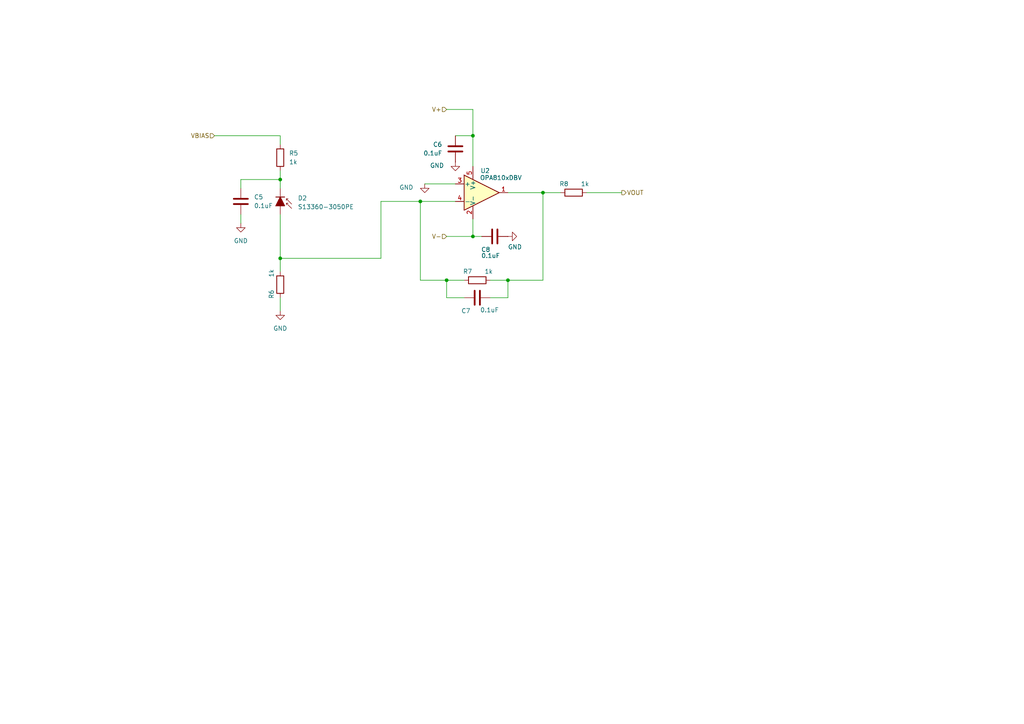
<source format=kicad_sch>
(kicad_sch (version 20231120) (generator "eeschema") (generator_version "8.0")
  (paper "A4")
  (lib_symbols
    (symbol "Amplifier_Operational:OPA810xDBV" (pin_names (offset 0.127))
      (property "Reference" "U" (at -1.27 6.35 0))
      (property "Value" "OPA810xDBV" (at -1.27 3.81 0))
      (symbol "OPA810xDBV_0_1"
        (polyline (pts (xy -5.08 5.08) (xy 5.08 0) (xy -5.08 -5.08) (xy -5.08 5.08)) (stroke (width 0.254)) (fill (type background)))
        (pin power_in line (at -2.54 -7.62 90) (length 3.81) (name "V-") (number "2"))
        (pin power_in line (at -2.54 7.62 270) (length 3.81) (name "V+") (number "5"))
      )
      (symbol "OPA810xDBV_1_1"
        (pin output line (at 7.62 0 180) (length 2.54) (name "~") (number "1"))
        (pin input line (at -7.62 2.54 0) (length 2.54) (name "+") (number "3"))
        (pin input line (at -7.62 -2.54 0) (length 2.54) (name "-") (number "4"))
      )
    )
    (symbol "Device:C" (pin_numbers hide) (pin_names (offset 0.254))
      (property "Reference" "C" (at 0.635 2.54 0))
      (property "Value" "C" (at 0.635 -2.54 0))
      (symbol "C_0_1"
        (polyline (pts (xy -2.032 -0.762) (xy 2.032 -0.762)) (stroke (width 0.508)))
        (polyline (pts (xy -2.032 0.762) (xy 2.032 0.762)) (stroke (width 0.508)))
      )
      (symbol "C_1_1"
        (pin passive line (at 0 3.81 270) (length 2.794) (name "~") (number "1"))
        (pin passive line (at 0 -3.81 90) (length 2.794) (name "~") (number "2"))
      )
    )
    (symbol "Device:D_Photo_Filled" (pin_numbers hide) (pin_names hide)
      (property "Reference" "D" (at 0.508 1.778 0))
      (property "Value" "D_Photo_Filled" (at -1.016 -2.794 0))
      (symbol "D_Photo_Filled_0_1"
        (polyline (pts (xy -2.54 1.27) (xy -2.54 -1.27)) (stroke (width 0.254)))
        (polyline (pts (xy -2.032 1.778) (xy -1.524 1.778)))
        (polyline (pts (xy 0 0) (xy -2.54 0)))
        (polyline (pts (xy -0.508 3.302) (xy -2.032 1.778) (xy -2.032 2.286)))
        (polyline (pts (xy 0 -1.27) (xy 0 1.27) (xy -2.54 0) (xy 0 -1.27)) (stroke (width 0.254)) (fill (type outline)))
        (polyline (pts (xy 0.762 3.302) (xy -0.762 1.778) (xy -0.762 2.286) (xy -0.762 1.778) (xy -0.254 1.778)))
      )
      (symbol "D_Photo_Filled_1_1"
        (pin passive line (at -5.08 0 0) (length 2.54) (name "K") (number "1"))
        (pin passive line (at 2.54 0 180) (length 2.54) (name "A") (number "2"))
      )
    )
    (symbol "Device:R" (pin_numbers hide) (pin_names (offset 0))
      (property "Reference" "R" (at 2.032 0 90))
      (property "Value" "R" (at 0 0 90))
      (symbol "R_0_1"
        (rectangle (start -1.016 -2.54) (end 1.016 2.54) (stroke (width 0.254)))
      )
      (symbol "R_1_1"
        (pin passive line (at 0 3.81 270) (length 1.27) (name "~") (number "1"))
        (pin passive line (at 0 -3.81 90) (length 1.27) (name "~") (number "2"))
      )
    )
    (symbol "power:GND" (power) (pin_numbers hide) (pin_names (offset 0) hide)
      (property "Value" "GND" (at 0 -3.81 0))
      (symbol "GND_0_1"
        (polyline (pts (xy 0 0) (xy 0 -1.27) (xy 1.27 -1.27) (xy 0 -2.54) (xy -1.27 -1.27) (xy 0 -1.27)))
      )
      (symbol "GND_1_1"
        (pin power_in line (at 0 0 270) (length 0) (name "~") (number "1"))
      )
    )
  )
  (junction (at 147.32 81.28))
  (junction (at 157.48 55.88))
  (junction (at 137.16 68.58))
  (junction (at 121.92 58.42))
  (junction (at 137.16 39.37))
  (junction (at 129.54 81.28))
  (junction (at 81.28 74.93))
  (junction (at 81.28 52.07))
  (wire (pts (xy 137.16 39.37) (xy 137.16 48.26)))
  (wire (pts (xy 81.28 49.53) (xy 81.28 52.07)))
  (wire (pts (xy 81.28 74.93) (xy 110.49 74.93)))
  (wire (pts (xy 129.54 81.28) (xy 129.54 86.36)))
  (wire (pts (xy 134.62 81.28) (xy 129.54 81.28)))
  (wire (pts (xy 81.28 74.93) (xy 81.28 78.74)))
  (wire (pts (xy 81.28 41.91) (xy 81.28 39.37)))
  (wire (pts (xy 137.16 63.5) (xy 137.16 68.58)))
  (wire (pts (xy 132.08 39.37) (xy 137.16 39.37)))
  (wire (pts (xy 137.16 68.58) (xy 129.54 68.58)))
  (wire (pts (xy 121.92 81.28) (xy 129.54 81.28)))
  (wire (pts (xy 81.28 86.36) (xy 81.28 90.17)))
  (wire (pts (xy 110.49 58.42) (xy 121.92 58.42)))
  (wire (pts (xy 147.32 86.36) (xy 142.24 86.36)))
  (wire (pts (xy 129.54 86.36) (xy 134.62 86.36)))
  (wire (pts (xy 81.28 52.07) (xy 81.28 54.61)))
  (wire (pts (xy 147.32 81.28) (xy 157.48 81.28)))
  (wire (pts (xy 147.32 81.28) (xy 147.32 86.36)))
  (wire (pts (xy 69.85 62.23) (xy 69.85 64.77)))
  (wire (pts (xy 69.85 54.61) (xy 69.85 52.07)))
  (wire (pts (xy 170.18 55.88) (xy 180.34 55.88)))
  (wire (pts (xy 132.08 58.42) (xy 121.92 58.42)))
  (wire (pts (xy 121.92 58.42) (xy 121.92 81.28)))
  (wire (pts (xy 157.48 55.88) (xy 157.48 81.28)))
  (wire (pts (xy 157.48 55.88) (xy 162.56 55.88)))
  (wire (pts (xy 69.85 52.07) (xy 81.28 52.07)))
  (wire (pts (xy 147.32 55.88) (xy 157.48 55.88)))
  (wire (pts (xy 81.28 62.23) (xy 81.28 74.93)))
  (wire (pts (xy 142.24 81.28) (xy 147.32 81.28)))
  (wire (pts (xy 62.23 39.37) (xy 81.28 39.37)))
  (wire (pts (xy 129.54 31.75) (xy 137.16 31.75)))
  (wire (pts (xy 137.16 68.58) (xy 139.7 68.58)))
  (wire (pts (xy 137.16 31.75) (xy 137.16 39.37)))
  (wire (pts (xy 110.49 74.93) (xy 110.49 58.42)))
  (wire (pts (xy 123.19 53.34) (xy 132.08 53.34)))
  (hierarchical_label "VOUT" (shape output) (at 180.34 55.88 0))
  (hierarchical_label "V+" (shape input) (at 129.54 31.75 180))
  (hierarchical_label "VBIAS" (shape input) (at 62.23 39.37 180))
  (hierarchical_label "V-" (shape input) (at 129.54 68.58 180))
  (symbol (lib_id "Device:R") (at 166.37 55.88 90) (unit 1)
    (property "Reference" "R8" (at 163.576 53.34 90))
    (property "Value" "1k" (at 169.672 53.34 90))
    (property "Footprint" "Resistor_SMD:R_0402_1005Metric" (effects (hide yes)))
    (property "Description" "Resistor" (effects (hide yes)))
    (instances (project "hpk_5mm" (path "" (reference "R8") (unit 1)) (path "" (reference "R4") (unit 1)) (path "" (reference "R12") (unit 1))))
  )
  (symbol (lib_id "Device:R") (at 81.28 82.55 180) (unit 1)
    (property "Reference" "R6" (at 78.74 85.344 90))
    (property "Value" "1k" (at 78.74 79.248 90))
    (property "Footprint" "Resistor_SMD:R_0402_1005Metric" (effects (hide yes)))
    (property "Description" "Resistor" (effects (hide yes)))
    (instances (project "hpk_5mm" (path "" (reference "R6") (unit 1)) (path "" (reference "R2") (unit 1)) (path "" (reference "R10") (unit 1))))
  )
  (symbol (lib_id "Amplifier_Operational:OPA810xDBV") (at 139.7 55.88 0) (unit 1)
    (property "Reference" "U2" (at 140.716 49.53 0))
    (property "Value" "OPA810xDBV" (at 145.288 51.562 0))
    (property "Footprint" "Package_TO_SOT_SMD:SOT-23-5" (effects (hide yes)))
    (property "Datasheet" "https://www.ti.com/lit/ds/symlink/opa810.pdf" (effects (hide yes)))
    (property "Description" "140-MHz, Rail-to-Rail Input and Output, FET-Input Operational Amplifier, SOT-23-5" (effects (hide yes)))
    (instances (project "hpk_5mm" (path "" (reference "U2") (unit 1)) (path "" (reference "U1") (unit 1)) (path "" (reference "U3") (unit 1))))
  )
  (symbol (lib_id "power:GND") (at 147.32 68.58 90) (unit 1)
    (property "Reference" "#PWR010" (effects (hide yes)))
    (property "Value" "GND" (at 149.352 71.628 90))
    (property "Description" "Power symbol creates a global label with name \"GND\" , ground" (effects (hide yes)))
    (instances (project "hpk_5mm" (path "" (reference "#PWR010") (unit 1)) (path "" (reference "#PWR05") (unit 1)) (path "" (reference "#PWR015") (unit 1))))
  )
  (symbol (lib_id "power:GND") (at 69.85 64.77 0) (unit 1)
    (property "Reference" "#PWR06" (effects (hide yes)))
    (property "Value" "GND" (at 69.85 69.85 0))
    (property "Description" "Power symbol creates a global label with name \"GND\" , ground" (effects (hide yes)))
    (instances (project "hpk_5mm" (path "" (reference "#PWR06") (unit 1)) (path "" (reference "#PWR01") (unit 1)) (path "" (reference "#PWR011") (unit 1))))
  )
  (symbol (lib_id "Device:D_Photo_Filled") (at 81.28 59.69 270) (unit 1)
    (property "Reference" "D2" (at 86.36 57.4674 90) (effects (justify left)))
    (property "Value" "S13360-3050PE" (at 86.36 60.0074 90) (effects (justify left)))
    (property "Footprint" "my_sipm:s13360-3050pe" (effects (hide yes)))
    (property "Description" "Photodiode, filled shape" (effects (hide yes)))
    (instances (project "hpk_5mm" (path "" (reference "D2") (unit 1)) (path "" (reference "D1") (unit 1)) (path "" (reference "D3") (unit 1))))
  )
  (symbol (lib_id "power:GND") (at 81.28 90.17 0) (unit 1)
    (property "Reference" "#PWR07" (effects (hide yes)))
    (property "Value" "GND" (at 81.28 95.25 0))
    (property "Description" "Power symbol creates a global label with name \"GND\" , ground" (effects (hide yes)))
    (instances (project "hpk_5mm" (path "" (reference "#PWR07") (unit 1)) (path "" (reference "#PWR02") (unit 1)) (path "" (reference "#PWR012") (unit 1))))
  )
  (symbol (lib_id "Device:R") (at 81.28 45.72 0) (unit 1)
    (property "Reference" "R5" (at 83.82 44.4499 0) (effects (justify left)))
    (property "Value" "1k" (at 83.82 46.9899 0) (effects (justify left)))
    (property "Footprint" "Resistor_SMD:R_0402_1005Metric" (effects (hide yes)))
    (property "Description" "Resistor" (effects (hide yes)))
    (instances (project "hpk_5mm" (path "" (reference "R5") (unit 1)) (path "" (reference "R1") (unit 1)) (path "" (reference "R9") (unit 1))))
  )
  (symbol (lib_id "Device:C") (at 138.43 86.36 90) (mirror x) (unit 1)
    (property "Reference" "C7" (at 135.128 90.17 90))
    (property "Value" "0.1uF" (at 141.986 89.916 90))
    (property "Footprint" "Capacitor_SMD:C_0402_1005Metric" (effects (hide yes)))
    (property "Description" "Unpolarized capacitor" (effects (hide yes)))
    (instances (project "hpk_5mm" (path "" (reference "C7") (unit 1)) (path "" (reference "C3") (unit 1)) (path "" (reference "C11") (unit 1))))
  )
  (symbol (lib_id "Device:C") (at 143.51 68.58 90) (mirror x) (unit 1)
    (property "Reference" "C8" (at 142.2399 72.39 90) (effects (justify left)))
    (property "Value" "0.1uF" (at 145.034 74.168 90) (effects (justify left)))
    (property "Footprint" "Capacitor_SMD:C_0402_1005Metric" (effects (hide yes)))
    (property "Description" "Unpolarized capacitor" (effects (hide yes)))
    (instances (project "hpk_5mm" (path "" (reference "C8") (unit 1)) (path "" (reference "C4") (unit 1)) (path "" (reference "C12") (unit 1))))
  )
  (symbol (lib_id "Device:C") (at 132.08 43.18 0) (mirror y) (unit 1)
    (property "Reference" "C6" (at 128.27 41.9099 0) (effects (justify left)))
    (property "Value" "0.1uF" (at 128.27 44.4499 0) (effects (justify left)))
    (property "Footprint" "Capacitor_SMD:C_0402_1005Metric" (effects (hide yes)))
    (property "Description" "Unpolarized capacitor" (effects (hide yes)))
    (instances (project "hpk_5mm" (path "" (reference "C6") (unit 1)) (path "" (reference "C2") (unit 1)) (path "" (reference "C10") (unit 1))))
  )
  (symbol (lib_id "power:GND") (at 132.08 46.99 0) (unit 1)
    (property "Reference" "#PWR09" (effects (hide yes)))
    (property "Value" "GND" (at 126.746 48.006 0))
    (property "Description" "Power symbol creates a global label with name \"GND\" , ground" (effects (hide yes)))
    (instances (project "hpk_5mm" (path "" (reference "#PWR09") (unit 1)) (path "" (reference "#PWR04") (unit 1)) (path "" (reference "#PWR014") (unit 1))))
  )
  (symbol (lib_id "Device:R") (at 138.43 81.28 90) (unit 1)
    (property "Reference" "R7" (at 135.636 78.74 90))
    (property "Value" "1k" (at 141.732 78.74 90))
    (property "Footprint" "Resistor_SMD:R_0402_1005Metric" (effects (hide yes)))
    (property "Description" "Resistor" (effects (hide yes)))
    (instances (project "hpk_5mm" (path "" (reference "R7") (unit 1)) (path "" (reference "R3") (unit 1)) (path "" (reference "R11") (unit 1))))
  )
  (symbol (lib_id "power:GND") (at 123.19 53.34 0) (unit 1)
    (property "Reference" "#PWR08" (effects (hide yes)))
    (property "Value" "GND" (at 117.856 54.356 0))
    (property "Description" "Power symbol creates a global label with name \"GND\" , ground" (effects (hide yes)))
    (instances (project "hpk_5mm" (path "" (reference "#PWR08") (unit 1)) (path "" (reference "#PWR03") (unit 1)) (path "" (reference "#PWR013") (unit 1))))
  )
  (symbol (lib_id "Device:C") (at 69.85 58.42 0) (unit 1)
    (property "Reference" "C5" (at 73.66 57.1499 0) (effects (justify left)))
    (property "Value" "0.1uF" (at 73.66 59.6899 0) (effects (justify left)))
    (property "Footprint" "Capacitor_SMD:C_0402_1005Metric" (effects (hide yes)))
    (property "Description" "Unpolarized capacitor" (effects (hide yes)))
    (instances (project "hpk_5mm" (path "" (reference "C5") (unit 1)) (path "" (reference "C1") (unit 1)) (path "" (reference "C9") (unit 1))))
  )
)
</source>
